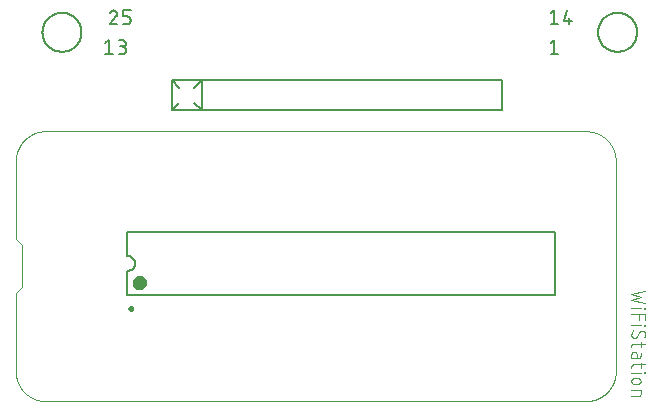
<source format=gbr>
G04 EAGLE Gerber RS-274X export*
G75*
%MOMM*%
%FSLAX34Y34*%
%LPD*%
%INSilkscreen Top*%
%IPPOS*%
%AMOC8*
5,1,8,0,0,1.08239X$1,22.5*%
G01*
%ADD10C,0.101600*%
%ADD11C,0.200000*%
%ADD12C,0.150000*%
%ADD13C,0.600000*%
%ADD14C,0.250000*%
%ADD15C,0.152400*%
%ADD16C,0.127000*%
%ADD17C,0.000000*%


D10*
X614172Y504952D02*
X602488Y502356D01*
X610277Y499759D01*
X602488Y497163D01*
X614172Y494566D01*
X610277Y490234D02*
X602488Y490234D01*
X613523Y490559D02*
X614172Y490559D01*
X614172Y489910D01*
X613523Y489910D01*
X613523Y490559D01*
X614172Y485075D02*
X602488Y485075D01*
X614172Y485075D02*
X614172Y479882D01*
X608979Y479882D02*
X608979Y485075D01*
X610277Y475756D02*
X602488Y475756D01*
X613523Y476081D02*
X614172Y476081D01*
X614172Y475432D01*
X613523Y475432D01*
X613523Y476081D01*
X602488Y467487D02*
X602490Y467388D01*
X602496Y467288D01*
X602505Y467189D01*
X602518Y467091D01*
X602535Y466993D01*
X602556Y466895D01*
X602581Y466799D01*
X602609Y466704D01*
X602641Y466610D01*
X602676Y466517D01*
X602715Y466425D01*
X602758Y466335D01*
X602803Y466247D01*
X602853Y466160D01*
X602905Y466076D01*
X602961Y465993D01*
X603019Y465913D01*
X603081Y465835D01*
X603146Y465760D01*
X603214Y465687D01*
X603284Y465617D01*
X603357Y465549D01*
X603432Y465484D01*
X603510Y465422D01*
X603590Y465364D01*
X603673Y465308D01*
X603757Y465256D01*
X603844Y465206D01*
X603932Y465161D01*
X604022Y465118D01*
X604114Y465079D01*
X604207Y465044D01*
X604301Y465012D01*
X604396Y464984D01*
X604492Y464959D01*
X604590Y464938D01*
X604688Y464921D01*
X604786Y464908D01*
X604885Y464899D01*
X604985Y464893D01*
X605084Y464891D01*
X602488Y467487D02*
X602490Y467631D01*
X602496Y467776D01*
X602505Y467920D01*
X602518Y468063D01*
X602535Y468207D01*
X602556Y468350D01*
X602581Y468492D01*
X602609Y468633D01*
X602641Y468774D01*
X602677Y468914D01*
X602716Y469053D01*
X602759Y469191D01*
X602806Y469327D01*
X602856Y469463D01*
X602910Y469597D01*
X602967Y469729D01*
X603028Y469860D01*
X603092Y469989D01*
X603160Y470117D01*
X603231Y470243D01*
X603305Y470367D01*
X603382Y470488D01*
X603463Y470608D01*
X603546Y470726D01*
X603633Y470841D01*
X603723Y470954D01*
X603816Y471065D01*
X603911Y471173D01*
X604010Y471279D01*
X604111Y471382D01*
X611576Y471057D02*
X611675Y471055D01*
X611775Y471049D01*
X611874Y471040D01*
X611972Y471027D01*
X612070Y471010D01*
X612168Y470989D01*
X612264Y470964D01*
X612359Y470936D01*
X612453Y470904D01*
X612546Y470869D01*
X612638Y470830D01*
X612728Y470787D01*
X612816Y470742D01*
X612903Y470692D01*
X612987Y470640D01*
X613070Y470584D01*
X613150Y470526D01*
X613228Y470464D01*
X613303Y470399D01*
X613376Y470331D01*
X613446Y470261D01*
X613514Y470188D01*
X613579Y470113D01*
X613641Y470035D01*
X613699Y469955D01*
X613755Y469872D01*
X613807Y469788D01*
X613857Y469701D01*
X613902Y469613D01*
X613945Y469523D01*
X613984Y469431D01*
X614019Y469338D01*
X614051Y469244D01*
X614079Y469149D01*
X614104Y469053D01*
X614125Y468955D01*
X614142Y468857D01*
X614155Y468759D01*
X614164Y468660D01*
X614170Y468560D01*
X614172Y468461D01*
X614170Y468325D01*
X614164Y468189D01*
X614155Y468053D01*
X614142Y467917D01*
X614124Y467782D01*
X614104Y467648D01*
X614079Y467514D01*
X614051Y467380D01*
X614018Y467248D01*
X613983Y467117D01*
X613943Y466986D01*
X613900Y466857D01*
X613854Y466729D01*
X613803Y466603D01*
X613750Y466477D01*
X613692Y466354D01*
X613632Y466232D01*
X613568Y466112D01*
X613500Y465993D01*
X613430Y465877D01*
X613356Y465763D01*
X613279Y465650D01*
X613198Y465540D01*
X609304Y469759D02*
X609357Y469845D01*
X609414Y469929D01*
X609473Y470011D01*
X609536Y470091D01*
X609602Y470168D01*
X609670Y470243D01*
X609742Y470315D01*
X609816Y470384D01*
X609893Y470450D01*
X609972Y470513D01*
X610054Y470573D01*
X610138Y470630D01*
X610224Y470684D01*
X610312Y470734D01*
X610402Y470781D01*
X610493Y470825D01*
X610587Y470864D01*
X610681Y470901D01*
X610777Y470933D01*
X610875Y470962D01*
X610973Y470987D01*
X611072Y471008D01*
X611172Y471026D01*
X611272Y471039D01*
X611373Y471049D01*
X611475Y471055D01*
X611576Y471057D01*
X607356Y466189D02*
X607303Y466103D01*
X607246Y466019D01*
X607187Y465937D01*
X607124Y465857D01*
X607058Y465780D01*
X606990Y465705D01*
X606918Y465633D01*
X606844Y465564D01*
X606767Y465498D01*
X606688Y465435D01*
X606606Y465375D01*
X606522Y465318D01*
X606436Y465264D01*
X606348Y465214D01*
X606258Y465167D01*
X606167Y465123D01*
X606073Y465084D01*
X605979Y465047D01*
X605883Y465015D01*
X605785Y464986D01*
X605687Y464961D01*
X605588Y464940D01*
X605488Y464922D01*
X605388Y464909D01*
X605287Y464899D01*
X605185Y464893D01*
X605084Y464891D01*
X607356Y466189D02*
X609304Y469759D01*
X610277Y461413D02*
X610277Y457518D01*
X614172Y460115D02*
X604435Y460115D01*
X604435Y460114D02*
X604348Y460112D01*
X604260Y460106D01*
X604174Y460096D01*
X604087Y460083D01*
X604002Y460065D01*
X603917Y460044D01*
X603833Y460019D01*
X603751Y459990D01*
X603670Y459957D01*
X603590Y459921D01*
X603512Y459882D01*
X603436Y459838D01*
X603362Y459792D01*
X603291Y459742D01*
X603221Y459689D01*
X603154Y459633D01*
X603090Y459574D01*
X603028Y459512D01*
X602969Y459448D01*
X602913Y459381D01*
X602860Y459311D01*
X602810Y459240D01*
X602764Y459166D01*
X602720Y459090D01*
X602681Y459012D01*
X602645Y458932D01*
X602612Y458851D01*
X602583Y458769D01*
X602558Y458685D01*
X602537Y458600D01*
X602519Y458515D01*
X602506Y458428D01*
X602496Y458342D01*
X602490Y458254D01*
X602488Y458167D01*
X602488Y457518D01*
X607032Y450994D02*
X607032Y448073D01*
X607032Y450994D02*
X607030Y451088D01*
X607024Y451182D01*
X607015Y451275D01*
X607001Y451368D01*
X606984Y451460D01*
X606962Y451552D01*
X606938Y451642D01*
X606909Y451732D01*
X606877Y451820D01*
X606841Y451907D01*
X606801Y451992D01*
X606758Y452075D01*
X606712Y452157D01*
X606662Y452237D01*
X606609Y452314D01*
X606553Y452389D01*
X606494Y452462D01*
X606432Y452533D01*
X606367Y452601D01*
X606299Y452666D01*
X606228Y452728D01*
X606155Y452787D01*
X606080Y452843D01*
X606003Y452896D01*
X605923Y452946D01*
X605841Y452992D01*
X605758Y453035D01*
X605673Y453075D01*
X605586Y453111D01*
X605498Y453143D01*
X605408Y453172D01*
X605318Y453196D01*
X605226Y453218D01*
X605134Y453235D01*
X605041Y453249D01*
X604948Y453258D01*
X604854Y453264D01*
X604760Y453266D01*
X604666Y453264D01*
X604572Y453258D01*
X604479Y453249D01*
X604386Y453235D01*
X604294Y453218D01*
X604202Y453196D01*
X604112Y453172D01*
X604022Y453143D01*
X603934Y453111D01*
X603847Y453075D01*
X603762Y453035D01*
X603679Y452992D01*
X603597Y452946D01*
X603517Y452896D01*
X603440Y452843D01*
X603365Y452787D01*
X603292Y452728D01*
X603221Y452666D01*
X603153Y452601D01*
X603088Y452533D01*
X603026Y452462D01*
X602967Y452389D01*
X602911Y452314D01*
X602858Y452237D01*
X602808Y452157D01*
X602762Y452075D01*
X602719Y451992D01*
X602679Y451907D01*
X602643Y451820D01*
X602611Y451732D01*
X602582Y451642D01*
X602558Y451552D01*
X602536Y451460D01*
X602519Y451368D01*
X602505Y451275D01*
X602496Y451182D01*
X602490Y451088D01*
X602488Y450994D01*
X602488Y448073D01*
X608330Y448073D01*
X608417Y448075D01*
X608505Y448081D01*
X608591Y448091D01*
X608678Y448104D01*
X608763Y448122D01*
X608848Y448143D01*
X608932Y448168D01*
X609014Y448197D01*
X609095Y448230D01*
X609175Y448266D01*
X609253Y448305D01*
X609329Y448349D01*
X609403Y448395D01*
X609474Y448445D01*
X609544Y448498D01*
X609611Y448554D01*
X609676Y448613D01*
X609737Y448675D01*
X609796Y448739D01*
X609852Y448806D01*
X609905Y448876D01*
X609955Y448947D01*
X610001Y449021D01*
X610045Y449097D01*
X610084Y449175D01*
X610120Y449255D01*
X610153Y449336D01*
X610182Y449418D01*
X610207Y449502D01*
X610228Y449587D01*
X610246Y449672D01*
X610259Y449759D01*
X610269Y449846D01*
X610275Y449933D01*
X610277Y450020D01*
X610277Y452617D01*
X610277Y443887D02*
X610277Y439992D01*
X614172Y442589D02*
X604435Y442589D01*
X604435Y442588D02*
X604348Y442586D01*
X604260Y442580D01*
X604174Y442570D01*
X604087Y442557D01*
X604002Y442539D01*
X603917Y442518D01*
X603833Y442493D01*
X603751Y442464D01*
X603670Y442431D01*
X603590Y442395D01*
X603512Y442356D01*
X603436Y442312D01*
X603362Y442266D01*
X603291Y442216D01*
X603221Y442163D01*
X603154Y442107D01*
X603090Y442048D01*
X603028Y441986D01*
X602969Y441922D01*
X602913Y441855D01*
X602860Y441785D01*
X602810Y441714D01*
X602764Y441640D01*
X602720Y441564D01*
X602681Y441486D01*
X602645Y441406D01*
X602612Y441325D01*
X602583Y441243D01*
X602558Y441159D01*
X602537Y441074D01*
X602519Y440989D01*
X602506Y440902D01*
X602496Y440816D01*
X602490Y440728D01*
X602488Y440641D01*
X602488Y439992D01*
X602488Y435751D02*
X610277Y435751D01*
X613523Y436076D02*
X614172Y436076D01*
X614172Y435427D01*
X613523Y435427D01*
X613523Y436076D01*
X607681Y431109D02*
X605084Y431109D01*
X607681Y431108D02*
X607782Y431106D01*
X607882Y431100D01*
X607982Y431090D01*
X608082Y431077D01*
X608181Y431059D01*
X608280Y431038D01*
X608377Y431013D01*
X608474Y430984D01*
X608569Y430951D01*
X608663Y430915D01*
X608755Y430875D01*
X608846Y430832D01*
X608935Y430785D01*
X609022Y430735D01*
X609108Y430681D01*
X609191Y430624D01*
X609271Y430564D01*
X609350Y430501D01*
X609426Y430434D01*
X609499Y430365D01*
X609569Y430293D01*
X609637Y430219D01*
X609702Y430142D01*
X609763Y430062D01*
X609822Y429980D01*
X609877Y429896D01*
X609929Y429810D01*
X609978Y429722D01*
X610023Y429632D01*
X610065Y429540D01*
X610103Y429447D01*
X610137Y429352D01*
X610168Y429257D01*
X610195Y429160D01*
X610218Y429062D01*
X610238Y428963D01*
X610253Y428863D01*
X610265Y428763D01*
X610273Y428663D01*
X610277Y428562D01*
X610277Y428462D01*
X610273Y428361D01*
X610265Y428261D01*
X610253Y428161D01*
X610238Y428061D01*
X610218Y427962D01*
X610195Y427864D01*
X610168Y427767D01*
X610137Y427672D01*
X610103Y427577D01*
X610065Y427484D01*
X610023Y427392D01*
X609978Y427302D01*
X609929Y427214D01*
X609877Y427128D01*
X609822Y427044D01*
X609763Y426962D01*
X609702Y426882D01*
X609637Y426805D01*
X609569Y426731D01*
X609499Y426659D01*
X609426Y426590D01*
X609350Y426523D01*
X609271Y426460D01*
X609191Y426400D01*
X609108Y426343D01*
X609022Y426289D01*
X608935Y426239D01*
X608846Y426192D01*
X608755Y426149D01*
X608663Y426109D01*
X608569Y426073D01*
X608474Y426040D01*
X608377Y426011D01*
X608280Y425986D01*
X608181Y425965D01*
X608082Y425947D01*
X607982Y425934D01*
X607882Y425924D01*
X607782Y425918D01*
X607681Y425916D01*
X605084Y425916D01*
X604983Y425918D01*
X604883Y425924D01*
X604783Y425934D01*
X604683Y425947D01*
X604584Y425965D01*
X604485Y425986D01*
X604388Y426011D01*
X604291Y426040D01*
X604196Y426073D01*
X604102Y426109D01*
X604010Y426149D01*
X603919Y426192D01*
X603830Y426239D01*
X603743Y426289D01*
X603657Y426343D01*
X603574Y426400D01*
X603494Y426460D01*
X603415Y426523D01*
X603339Y426590D01*
X603266Y426659D01*
X603196Y426731D01*
X603128Y426805D01*
X603063Y426882D01*
X603002Y426962D01*
X602943Y427044D01*
X602888Y427128D01*
X602836Y427214D01*
X602787Y427302D01*
X602742Y427392D01*
X602700Y427484D01*
X602662Y427577D01*
X602628Y427672D01*
X602597Y427767D01*
X602570Y427864D01*
X602547Y427962D01*
X602527Y428061D01*
X602512Y428161D01*
X602500Y428261D01*
X602492Y428361D01*
X602488Y428462D01*
X602488Y428562D01*
X602492Y428663D01*
X602500Y428763D01*
X602512Y428863D01*
X602527Y428963D01*
X602547Y429062D01*
X602570Y429160D01*
X602597Y429257D01*
X602628Y429352D01*
X602662Y429447D01*
X602700Y429540D01*
X602742Y429632D01*
X602787Y429722D01*
X602836Y429810D01*
X602888Y429896D01*
X602943Y429980D01*
X603002Y430062D01*
X603063Y430142D01*
X603128Y430219D01*
X603196Y430293D01*
X603266Y430365D01*
X603339Y430434D01*
X603415Y430501D01*
X603494Y430564D01*
X603574Y430624D01*
X603657Y430681D01*
X603743Y430735D01*
X603830Y430785D01*
X603919Y430832D01*
X604010Y430875D01*
X604102Y430915D01*
X604196Y430951D01*
X604291Y430984D01*
X604388Y431013D01*
X604485Y431038D01*
X604584Y431059D01*
X604683Y431077D01*
X604783Y431090D01*
X604883Y431100D01*
X604983Y431106D01*
X605084Y431108D01*
X602488Y420822D02*
X610277Y420822D01*
X610277Y417576D01*
X610275Y417489D01*
X610269Y417401D01*
X610259Y417315D01*
X610246Y417228D01*
X610228Y417143D01*
X610207Y417058D01*
X610182Y416974D01*
X610153Y416892D01*
X610120Y416811D01*
X610084Y416731D01*
X610045Y416653D01*
X610001Y416577D01*
X609955Y416503D01*
X609905Y416432D01*
X609852Y416362D01*
X609796Y416295D01*
X609737Y416231D01*
X609676Y416169D01*
X609611Y416110D01*
X609544Y416054D01*
X609474Y416001D01*
X609403Y415951D01*
X609329Y415905D01*
X609253Y415862D01*
X609175Y415822D01*
X609095Y415786D01*
X609014Y415753D01*
X608932Y415724D01*
X608848Y415699D01*
X608763Y415678D01*
X608678Y415660D01*
X608591Y415647D01*
X608505Y415637D01*
X608417Y415631D01*
X608330Y415629D01*
X602488Y415629D01*
D11*
X175870Y521970D02*
X176028Y521972D01*
X176187Y521978D01*
X176345Y521988D01*
X176502Y522002D01*
X176660Y522019D01*
X176816Y522041D01*
X176973Y522066D01*
X177128Y522096D01*
X177283Y522129D01*
X177437Y522166D01*
X177590Y522207D01*
X177742Y522252D01*
X177892Y522301D01*
X178042Y522353D01*
X178190Y522409D01*
X178337Y522469D01*
X178482Y522532D01*
X178625Y522599D01*
X178767Y522669D01*
X178907Y522743D01*
X179045Y522821D01*
X179181Y522902D01*
X179315Y522986D01*
X179447Y523073D01*
X179577Y523164D01*
X179704Y523258D01*
X179829Y523355D01*
X179952Y523456D01*
X180072Y523559D01*
X180189Y523665D01*
X180304Y523774D01*
X180416Y523886D01*
X180525Y524001D01*
X180631Y524118D01*
X180734Y524238D01*
X180835Y524361D01*
X180932Y524486D01*
X181026Y524613D01*
X181117Y524743D01*
X181204Y524875D01*
X181288Y525009D01*
X181369Y525145D01*
X181447Y525283D01*
X181521Y525423D01*
X181591Y525565D01*
X181658Y525708D01*
X181721Y525853D01*
X181781Y526000D01*
X181837Y526148D01*
X181889Y526298D01*
X181938Y526448D01*
X181983Y526600D01*
X182024Y526753D01*
X182061Y526907D01*
X182094Y527062D01*
X182124Y527217D01*
X182149Y527374D01*
X182171Y527530D01*
X182188Y527688D01*
X182202Y527845D01*
X182212Y528003D01*
X182218Y528162D01*
X182220Y528320D01*
X182218Y528478D01*
X182212Y528637D01*
X182202Y528795D01*
X182188Y528952D01*
X182171Y529110D01*
X182149Y529266D01*
X182124Y529423D01*
X182094Y529578D01*
X182061Y529733D01*
X182024Y529887D01*
X181983Y530040D01*
X181938Y530192D01*
X181889Y530342D01*
X181837Y530492D01*
X181781Y530640D01*
X181721Y530787D01*
X181658Y530932D01*
X181591Y531075D01*
X181521Y531217D01*
X181447Y531357D01*
X181369Y531495D01*
X181288Y531631D01*
X181204Y531765D01*
X181117Y531897D01*
X181026Y532027D01*
X180932Y532154D01*
X180835Y532279D01*
X180734Y532402D01*
X180631Y532522D01*
X180525Y532639D01*
X180416Y532754D01*
X180304Y532866D01*
X180189Y532975D01*
X180072Y533081D01*
X179952Y533184D01*
X179829Y533285D01*
X179704Y533382D01*
X179577Y533476D01*
X179447Y533567D01*
X179315Y533654D01*
X179181Y533738D01*
X179045Y533819D01*
X178907Y533897D01*
X178767Y533971D01*
X178625Y534041D01*
X178482Y534108D01*
X178337Y534171D01*
X178190Y534231D01*
X178042Y534287D01*
X177892Y534339D01*
X177742Y534388D01*
X177590Y534433D01*
X177437Y534474D01*
X177283Y534511D01*
X177128Y534544D01*
X176973Y534574D01*
X176816Y534599D01*
X176660Y534621D01*
X176502Y534638D01*
X176345Y534652D01*
X176187Y534662D01*
X176028Y534668D01*
X175870Y534670D01*
D12*
X537870Y554820D02*
X537870Y501820D01*
X175870Y534670D02*
X175870Y554820D01*
X175870Y521970D02*
X175870Y501820D01*
X175870Y554820D02*
X537870Y554820D01*
X537870Y501820D02*
X175870Y501820D01*
D13*
X182870Y511820D02*
X182872Y511929D01*
X182878Y512038D01*
X182888Y512146D01*
X182902Y512254D01*
X182919Y512362D01*
X182941Y512469D01*
X182966Y512575D01*
X182996Y512679D01*
X183029Y512783D01*
X183066Y512886D01*
X183106Y512987D01*
X183150Y513086D01*
X183198Y513184D01*
X183250Y513281D01*
X183304Y513375D01*
X183362Y513467D01*
X183424Y513557D01*
X183489Y513644D01*
X183556Y513730D01*
X183627Y513813D01*
X183701Y513893D01*
X183778Y513970D01*
X183857Y514045D01*
X183939Y514116D01*
X184024Y514185D01*
X184111Y514250D01*
X184200Y514313D01*
X184292Y514371D01*
X184386Y514427D01*
X184481Y514479D01*
X184579Y514528D01*
X184678Y514573D01*
X184779Y514615D01*
X184881Y514652D01*
X184984Y514686D01*
X185089Y514717D01*
X185195Y514743D01*
X185301Y514766D01*
X185409Y514784D01*
X185517Y514799D01*
X185625Y514810D01*
X185734Y514817D01*
X185843Y514820D01*
X185952Y514819D01*
X186061Y514814D01*
X186169Y514805D01*
X186277Y514792D01*
X186385Y514775D01*
X186492Y514755D01*
X186598Y514730D01*
X186703Y514702D01*
X186807Y514670D01*
X186910Y514634D01*
X187012Y514594D01*
X187112Y514551D01*
X187210Y514504D01*
X187307Y514454D01*
X187401Y514400D01*
X187494Y514342D01*
X187585Y514282D01*
X187673Y514218D01*
X187759Y514151D01*
X187842Y514081D01*
X187923Y514008D01*
X188001Y513932D01*
X188076Y513853D01*
X188149Y513771D01*
X188218Y513687D01*
X188284Y513601D01*
X188347Y513512D01*
X188407Y513421D01*
X188464Y513328D01*
X188517Y513233D01*
X188566Y513136D01*
X188612Y513037D01*
X188654Y512937D01*
X188693Y512835D01*
X188728Y512731D01*
X188759Y512627D01*
X188787Y512522D01*
X188810Y512415D01*
X188830Y512308D01*
X188846Y512200D01*
X188858Y512092D01*
X188866Y511983D01*
X188870Y511874D01*
X188870Y511766D01*
X188866Y511657D01*
X188858Y511548D01*
X188846Y511440D01*
X188830Y511332D01*
X188810Y511225D01*
X188787Y511118D01*
X188759Y511013D01*
X188728Y510909D01*
X188693Y510805D01*
X188654Y510703D01*
X188612Y510603D01*
X188566Y510504D01*
X188517Y510407D01*
X188464Y510312D01*
X188407Y510219D01*
X188347Y510128D01*
X188284Y510039D01*
X188218Y509953D01*
X188149Y509869D01*
X188076Y509787D01*
X188001Y509708D01*
X187923Y509632D01*
X187842Y509559D01*
X187759Y509489D01*
X187673Y509422D01*
X187585Y509358D01*
X187494Y509298D01*
X187401Y509240D01*
X187307Y509186D01*
X187210Y509136D01*
X187112Y509089D01*
X187012Y509046D01*
X186910Y509006D01*
X186807Y508970D01*
X186703Y508938D01*
X186598Y508910D01*
X186492Y508885D01*
X186385Y508865D01*
X186277Y508848D01*
X186169Y508835D01*
X186061Y508826D01*
X185952Y508821D01*
X185843Y508820D01*
X185734Y508823D01*
X185625Y508830D01*
X185517Y508841D01*
X185409Y508856D01*
X185301Y508874D01*
X185195Y508897D01*
X185089Y508923D01*
X184984Y508954D01*
X184881Y508988D01*
X184779Y509025D01*
X184678Y509067D01*
X184579Y509112D01*
X184481Y509161D01*
X184386Y509213D01*
X184292Y509269D01*
X184200Y509327D01*
X184111Y509390D01*
X184024Y509455D01*
X183939Y509524D01*
X183857Y509595D01*
X183778Y509670D01*
X183701Y509747D01*
X183627Y509827D01*
X183556Y509910D01*
X183489Y509996D01*
X183424Y510083D01*
X183362Y510173D01*
X183304Y510265D01*
X183250Y510359D01*
X183198Y510456D01*
X183150Y510554D01*
X183106Y510653D01*
X183066Y510754D01*
X183029Y510857D01*
X182996Y510961D01*
X182966Y511065D01*
X182941Y511171D01*
X182919Y511278D01*
X182902Y511386D01*
X182888Y511494D01*
X182878Y511602D01*
X182872Y511711D01*
X182870Y511820D01*
D14*
X177520Y490220D02*
X177522Y490290D01*
X177528Y490360D01*
X177538Y490429D01*
X177551Y490498D01*
X177569Y490566D01*
X177590Y490633D01*
X177615Y490698D01*
X177644Y490762D01*
X177676Y490825D01*
X177712Y490885D01*
X177751Y490943D01*
X177793Y490999D01*
X177838Y491053D01*
X177886Y491104D01*
X177937Y491152D01*
X177991Y491197D01*
X178047Y491239D01*
X178105Y491278D01*
X178165Y491314D01*
X178228Y491346D01*
X178292Y491375D01*
X178357Y491400D01*
X178424Y491421D01*
X178492Y491439D01*
X178561Y491452D01*
X178630Y491462D01*
X178700Y491468D01*
X178770Y491470D01*
X178840Y491468D01*
X178910Y491462D01*
X178979Y491452D01*
X179048Y491439D01*
X179116Y491421D01*
X179183Y491400D01*
X179248Y491375D01*
X179312Y491346D01*
X179375Y491314D01*
X179435Y491278D01*
X179493Y491239D01*
X179549Y491197D01*
X179603Y491152D01*
X179654Y491104D01*
X179702Y491053D01*
X179747Y490999D01*
X179789Y490943D01*
X179828Y490885D01*
X179864Y490825D01*
X179896Y490762D01*
X179925Y490698D01*
X179950Y490633D01*
X179971Y490566D01*
X179989Y490498D01*
X180002Y490429D01*
X180012Y490360D01*
X180018Y490290D01*
X180020Y490220D01*
X180018Y490150D01*
X180012Y490080D01*
X180002Y490011D01*
X179989Y489942D01*
X179971Y489874D01*
X179950Y489807D01*
X179925Y489742D01*
X179896Y489678D01*
X179864Y489615D01*
X179828Y489555D01*
X179789Y489497D01*
X179747Y489441D01*
X179702Y489387D01*
X179654Y489336D01*
X179603Y489288D01*
X179549Y489243D01*
X179493Y489201D01*
X179435Y489162D01*
X179375Y489126D01*
X179312Y489094D01*
X179248Y489065D01*
X179183Y489040D01*
X179116Y489019D01*
X179048Y489001D01*
X178979Y488988D01*
X178910Y488978D01*
X178840Y488972D01*
X178770Y488970D01*
X178700Y488972D01*
X178630Y488978D01*
X178561Y488988D01*
X178492Y489001D01*
X178424Y489019D01*
X178357Y489040D01*
X178292Y489065D01*
X178228Y489094D01*
X178165Y489126D01*
X178105Y489162D01*
X178047Y489201D01*
X177991Y489243D01*
X177937Y489288D01*
X177886Y489336D01*
X177838Y489387D01*
X177793Y489441D01*
X177751Y489497D01*
X177712Y489555D01*
X177676Y489615D01*
X177644Y489678D01*
X177615Y489742D01*
X177590Y489807D01*
X177569Y489874D01*
X177551Y489942D01*
X177538Y490011D01*
X177528Y490080D01*
X177522Y490150D01*
X177520Y490220D01*
D15*
X103886Y723900D02*
X103891Y724305D01*
X103906Y724710D01*
X103931Y725115D01*
X103966Y725518D01*
X104010Y725921D01*
X104065Y726323D01*
X104129Y726723D01*
X104203Y727121D01*
X104287Y727517D01*
X104381Y727912D01*
X104484Y728303D01*
X104597Y728693D01*
X104719Y729079D01*
X104851Y729462D01*
X104992Y729842D01*
X105143Y730218D01*
X105302Y730591D01*
X105471Y730959D01*
X105649Y731323D01*
X105835Y731683D01*
X106031Y732038D01*
X106235Y732388D01*
X106447Y732733D01*
X106668Y733072D01*
X106898Y733407D01*
X107135Y733735D01*
X107380Y734057D01*
X107634Y734374D01*
X107894Y734684D01*
X108163Y734987D01*
X108439Y735284D01*
X108722Y735574D01*
X109012Y735857D01*
X109309Y736133D01*
X109612Y736402D01*
X109922Y736662D01*
X110239Y736916D01*
X110561Y737161D01*
X110889Y737398D01*
X111224Y737628D01*
X111563Y737849D01*
X111908Y738061D01*
X112258Y738265D01*
X112613Y738461D01*
X112973Y738647D01*
X113337Y738825D01*
X113705Y738994D01*
X114078Y739153D01*
X114454Y739304D01*
X114834Y739445D01*
X115217Y739577D01*
X115603Y739699D01*
X115993Y739812D01*
X116384Y739915D01*
X116779Y740009D01*
X117175Y740093D01*
X117573Y740167D01*
X117973Y740231D01*
X118375Y740286D01*
X118778Y740330D01*
X119181Y740365D01*
X119586Y740390D01*
X119991Y740405D01*
X120396Y740410D01*
X120801Y740405D01*
X121206Y740390D01*
X121611Y740365D01*
X122014Y740330D01*
X122417Y740286D01*
X122819Y740231D01*
X123219Y740167D01*
X123617Y740093D01*
X124013Y740009D01*
X124408Y739915D01*
X124799Y739812D01*
X125189Y739699D01*
X125575Y739577D01*
X125958Y739445D01*
X126338Y739304D01*
X126714Y739153D01*
X127087Y738994D01*
X127455Y738825D01*
X127819Y738647D01*
X128179Y738461D01*
X128534Y738265D01*
X128884Y738061D01*
X129229Y737849D01*
X129568Y737628D01*
X129903Y737398D01*
X130231Y737161D01*
X130553Y736916D01*
X130870Y736662D01*
X131180Y736402D01*
X131483Y736133D01*
X131780Y735857D01*
X132070Y735574D01*
X132353Y735284D01*
X132629Y734987D01*
X132898Y734684D01*
X133158Y734374D01*
X133412Y734057D01*
X133657Y733735D01*
X133894Y733407D01*
X134124Y733072D01*
X134345Y732733D01*
X134557Y732388D01*
X134761Y732038D01*
X134957Y731683D01*
X135143Y731323D01*
X135321Y730959D01*
X135490Y730591D01*
X135649Y730218D01*
X135800Y729842D01*
X135941Y729462D01*
X136073Y729079D01*
X136195Y728693D01*
X136308Y728303D01*
X136411Y727912D01*
X136505Y727517D01*
X136589Y727121D01*
X136663Y726723D01*
X136727Y726323D01*
X136782Y725921D01*
X136826Y725518D01*
X136861Y725115D01*
X136886Y724710D01*
X136901Y724305D01*
X136906Y723900D01*
X136901Y723495D01*
X136886Y723090D01*
X136861Y722685D01*
X136826Y722282D01*
X136782Y721879D01*
X136727Y721477D01*
X136663Y721077D01*
X136589Y720679D01*
X136505Y720283D01*
X136411Y719888D01*
X136308Y719497D01*
X136195Y719107D01*
X136073Y718721D01*
X135941Y718338D01*
X135800Y717958D01*
X135649Y717582D01*
X135490Y717209D01*
X135321Y716841D01*
X135143Y716477D01*
X134957Y716117D01*
X134761Y715762D01*
X134557Y715412D01*
X134345Y715067D01*
X134124Y714728D01*
X133894Y714393D01*
X133657Y714065D01*
X133412Y713743D01*
X133158Y713426D01*
X132898Y713116D01*
X132629Y712813D01*
X132353Y712516D01*
X132070Y712226D01*
X131780Y711943D01*
X131483Y711667D01*
X131180Y711398D01*
X130870Y711138D01*
X130553Y710884D01*
X130231Y710639D01*
X129903Y710402D01*
X129568Y710172D01*
X129229Y709951D01*
X128884Y709739D01*
X128534Y709535D01*
X128179Y709339D01*
X127819Y709153D01*
X127455Y708975D01*
X127087Y708806D01*
X126714Y708647D01*
X126338Y708496D01*
X125958Y708355D01*
X125575Y708223D01*
X125189Y708101D01*
X124799Y707988D01*
X124408Y707885D01*
X124013Y707791D01*
X123617Y707707D01*
X123219Y707633D01*
X122819Y707569D01*
X122417Y707514D01*
X122014Y707470D01*
X121611Y707435D01*
X121206Y707410D01*
X120801Y707395D01*
X120396Y707390D01*
X119991Y707395D01*
X119586Y707410D01*
X119181Y707435D01*
X118778Y707470D01*
X118375Y707514D01*
X117973Y707569D01*
X117573Y707633D01*
X117175Y707707D01*
X116779Y707791D01*
X116384Y707885D01*
X115993Y707988D01*
X115603Y708101D01*
X115217Y708223D01*
X114834Y708355D01*
X114454Y708496D01*
X114078Y708647D01*
X113705Y708806D01*
X113337Y708975D01*
X112973Y709153D01*
X112613Y709339D01*
X112258Y709535D01*
X111908Y709739D01*
X111563Y709951D01*
X111224Y710172D01*
X110889Y710402D01*
X110561Y710639D01*
X110239Y710884D01*
X109922Y711138D01*
X109612Y711398D01*
X109309Y711667D01*
X109012Y711943D01*
X108722Y712226D01*
X108439Y712516D01*
X108163Y712813D01*
X107894Y713116D01*
X107634Y713426D01*
X107380Y713743D01*
X107135Y714065D01*
X106898Y714393D01*
X106668Y714728D01*
X106447Y715067D01*
X106235Y715412D01*
X106031Y715762D01*
X105835Y716117D01*
X105649Y716477D01*
X105471Y716841D01*
X105302Y717209D01*
X105143Y717582D01*
X104992Y717958D01*
X104851Y718338D01*
X104719Y718721D01*
X104597Y719107D01*
X104484Y719497D01*
X104381Y719888D01*
X104287Y720283D01*
X104203Y720679D01*
X104129Y721077D01*
X104065Y721477D01*
X104010Y721879D01*
X103966Y722282D01*
X103931Y722685D01*
X103906Y723090D01*
X103891Y723495D01*
X103886Y723900D01*
X574294Y723900D02*
X574299Y724305D01*
X574314Y724710D01*
X574339Y725115D01*
X574374Y725518D01*
X574418Y725921D01*
X574473Y726323D01*
X574537Y726723D01*
X574611Y727121D01*
X574695Y727517D01*
X574789Y727912D01*
X574892Y728303D01*
X575005Y728693D01*
X575127Y729079D01*
X575259Y729462D01*
X575400Y729842D01*
X575551Y730218D01*
X575710Y730591D01*
X575879Y730959D01*
X576057Y731323D01*
X576243Y731683D01*
X576439Y732038D01*
X576643Y732388D01*
X576855Y732733D01*
X577076Y733072D01*
X577306Y733407D01*
X577543Y733735D01*
X577788Y734057D01*
X578042Y734374D01*
X578302Y734684D01*
X578571Y734987D01*
X578847Y735284D01*
X579130Y735574D01*
X579420Y735857D01*
X579717Y736133D01*
X580020Y736402D01*
X580330Y736662D01*
X580647Y736916D01*
X580969Y737161D01*
X581297Y737398D01*
X581632Y737628D01*
X581971Y737849D01*
X582316Y738061D01*
X582666Y738265D01*
X583021Y738461D01*
X583381Y738647D01*
X583745Y738825D01*
X584113Y738994D01*
X584486Y739153D01*
X584862Y739304D01*
X585242Y739445D01*
X585625Y739577D01*
X586011Y739699D01*
X586401Y739812D01*
X586792Y739915D01*
X587187Y740009D01*
X587583Y740093D01*
X587981Y740167D01*
X588381Y740231D01*
X588783Y740286D01*
X589186Y740330D01*
X589589Y740365D01*
X589994Y740390D01*
X590399Y740405D01*
X590804Y740410D01*
X591209Y740405D01*
X591614Y740390D01*
X592019Y740365D01*
X592422Y740330D01*
X592825Y740286D01*
X593227Y740231D01*
X593627Y740167D01*
X594025Y740093D01*
X594421Y740009D01*
X594816Y739915D01*
X595207Y739812D01*
X595597Y739699D01*
X595983Y739577D01*
X596366Y739445D01*
X596746Y739304D01*
X597122Y739153D01*
X597495Y738994D01*
X597863Y738825D01*
X598227Y738647D01*
X598587Y738461D01*
X598942Y738265D01*
X599292Y738061D01*
X599637Y737849D01*
X599976Y737628D01*
X600311Y737398D01*
X600639Y737161D01*
X600961Y736916D01*
X601278Y736662D01*
X601588Y736402D01*
X601891Y736133D01*
X602188Y735857D01*
X602478Y735574D01*
X602761Y735284D01*
X603037Y734987D01*
X603306Y734684D01*
X603566Y734374D01*
X603820Y734057D01*
X604065Y733735D01*
X604302Y733407D01*
X604532Y733072D01*
X604753Y732733D01*
X604965Y732388D01*
X605169Y732038D01*
X605365Y731683D01*
X605551Y731323D01*
X605729Y730959D01*
X605898Y730591D01*
X606057Y730218D01*
X606208Y729842D01*
X606349Y729462D01*
X606481Y729079D01*
X606603Y728693D01*
X606716Y728303D01*
X606819Y727912D01*
X606913Y727517D01*
X606997Y727121D01*
X607071Y726723D01*
X607135Y726323D01*
X607190Y725921D01*
X607234Y725518D01*
X607269Y725115D01*
X607294Y724710D01*
X607309Y724305D01*
X607314Y723900D01*
X607309Y723495D01*
X607294Y723090D01*
X607269Y722685D01*
X607234Y722282D01*
X607190Y721879D01*
X607135Y721477D01*
X607071Y721077D01*
X606997Y720679D01*
X606913Y720283D01*
X606819Y719888D01*
X606716Y719497D01*
X606603Y719107D01*
X606481Y718721D01*
X606349Y718338D01*
X606208Y717958D01*
X606057Y717582D01*
X605898Y717209D01*
X605729Y716841D01*
X605551Y716477D01*
X605365Y716117D01*
X605169Y715762D01*
X604965Y715412D01*
X604753Y715067D01*
X604532Y714728D01*
X604302Y714393D01*
X604065Y714065D01*
X603820Y713743D01*
X603566Y713426D01*
X603306Y713116D01*
X603037Y712813D01*
X602761Y712516D01*
X602478Y712226D01*
X602188Y711943D01*
X601891Y711667D01*
X601588Y711398D01*
X601278Y711138D01*
X600961Y710884D01*
X600639Y710639D01*
X600311Y710402D01*
X599976Y710172D01*
X599637Y709951D01*
X599292Y709739D01*
X598942Y709535D01*
X598587Y709339D01*
X598227Y709153D01*
X597863Y708975D01*
X597495Y708806D01*
X597122Y708647D01*
X596746Y708496D01*
X596366Y708355D01*
X595983Y708223D01*
X595597Y708101D01*
X595207Y707988D01*
X594816Y707885D01*
X594421Y707791D01*
X594025Y707707D01*
X593627Y707633D01*
X593227Y707569D01*
X592825Y707514D01*
X592422Y707470D01*
X592019Y707435D01*
X591614Y707410D01*
X591209Y707395D01*
X590804Y707390D01*
X590399Y707395D01*
X589994Y707410D01*
X589589Y707435D01*
X589186Y707470D01*
X588783Y707514D01*
X588381Y707569D01*
X587981Y707633D01*
X587583Y707707D01*
X587187Y707791D01*
X586792Y707885D01*
X586401Y707988D01*
X586011Y708101D01*
X585625Y708223D01*
X585242Y708355D01*
X584862Y708496D01*
X584486Y708647D01*
X584113Y708806D01*
X583745Y708975D01*
X583381Y709153D01*
X583021Y709339D01*
X582666Y709535D01*
X582316Y709739D01*
X581971Y709951D01*
X581632Y710172D01*
X581297Y710402D01*
X580969Y710639D01*
X580647Y710884D01*
X580330Y711138D01*
X580020Y711398D01*
X579717Y711667D01*
X579420Y711943D01*
X579130Y712226D01*
X578847Y712516D01*
X578571Y712813D01*
X578302Y713116D01*
X578042Y713426D01*
X577788Y713743D01*
X577543Y714065D01*
X577306Y714393D01*
X577076Y714728D01*
X576855Y715067D01*
X576643Y715412D01*
X576439Y715762D01*
X576243Y716117D01*
X576057Y716477D01*
X575879Y716841D01*
X575710Y717209D01*
X575551Y717582D01*
X575400Y717958D01*
X575259Y718338D01*
X575127Y718721D01*
X575005Y719107D01*
X574892Y719497D01*
X574789Y719888D01*
X574695Y720283D01*
X574611Y720679D01*
X574537Y721077D01*
X574473Y721477D01*
X574418Y721879D01*
X574374Y722282D01*
X574339Y722685D01*
X574314Y723090D01*
X574299Y723495D01*
X574294Y723900D01*
D16*
X160020Y716915D02*
X156845Y714375D01*
X160020Y716915D02*
X160020Y705485D01*
X156845Y705485D02*
X163195Y705485D01*
X168275Y705485D02*
X171450Y705485D01*
X171561Y705487D01*
X171671Y705493D01*
X171782Y705502D01*
X171892Y705516D01*
X172001Y705533D01*
X172110Y705554D01*
X172218Y705579D01*
X172325Y705608D01*
X172431Y705640D01*
X172536Y705676D01*
X172639Y705716D01*
X172741Y705759D01*
X172842Y705806D01*
X172941Y705857D01*
X173037Y705910D01*
X173132Y705967D01*
X173225Y706028D01*
X173316Y706091D01*
X173405Y706158D01*
X173491Y706228D01*
X173574Y706301D01*
X173656Y706376D01*
X173734Y706454D01*
X173809Y706536D01*
X173882Y706619D01*
X173952Y706705D01*
X174019Y706794D01*
X174082Y706885D01*
X174143Y706978D01*
X174200Y707073D01*
X174253Y707169D01*
X174304Y707268D01*
X174351Y707369D01*
X174394Y707471D01*
X174434Y707574D01*
X174470Y707679D01*
X174502Y707785D01*
X174531Y707892D01*
X174556Y708000D01*
X174577Y708109D01*
X174594Y708218D01*
X174608Y708328D01*
X174617Y708439D01*
X174623Y708549D01*
X174625Y708660D01*
X174623Y708771D01*
X174617Y708881D01*
X174608Y708992D01*
X174594Y709102D01*
X174577Y709211D01*
X174556Y709320D01*
X174531Y709428D01*
X174502Y709535D01*
X174470Y709641D01*
X174434Y709746D01*
X174394Y709849D01*
X174351Y709951D01*
X174304Y710052D01*
X174253Y710151D01*
X174200Y710247D01*
X174143Y710342D01*
X174082Y710435D01*
X174019Y710526D01*
X173952Y710615D01*
X173882Y710701D01*
X173809Y710784D01*
X173734Y710866D01*
X173656Y710944D01*
X173574Y711019D01*
X173491Y711092D01*
X173405Y711162D01*
X173316Y711229D01*
X173225Y711292D01*
X173132Y711353D01*
X173038Y711410D01*
X172941Y711463D01*
X172842Y711514D01*
X172741Y711561D01*
X172639Y711604D01*
X172536Y711644D01*
X172431Y711680D01*
X172325Y711712D01*
X172218Y711741D01*
X172110Y711766D01*
X172001Y711787D01*
X171892Y711804D01*
X171782Y711818D01*
X171671Y711827D01*
X171561Y711833D01*
X171450Y711835D01*
X172085Y716915D02*
X168275Y716915D01*
X172085Y716915D02*
X172185Y716913D01*
X172284Y716907D01*
X172384Y716897D01*
X172482Y716884D01*
X172581Y716866D01*
X172678Y716845D01*
X172774Y716820D01*
X172870Y716791D01*
X172964Y716758D01*
X173057Y716722D01*
X173148Y716682D01*
X173238Y716638D01*
X173326Y716591D01*
X173412Y716541D01*
X173496Y716487D01*
X173578Y716430D01*
X173657Y716370D01*
X173735Y716306D01*
X173809Y716240D01*
X173881Y716171D01*
X173950Y716099D01*
X174016Y716025D01*
X174080Y715947D01*
X174140Y715868D01*
X174197Y715786D01*
X174251Y715702D01*
X174301Y715616D01*
X174348Y715528D01*
X174392Y715438D01*
X174432Y715347D01*
X174468Y715254D01*
X174501Y715160D01*
X174530Y715064D01*
X174555Y714968D01*
X174576Y714871D01*
X174594Y714772D01*
X174607Y714674D01*
X174617Y714574D01*
X174623Y714475D01*
X174625Y714375D01*
X174623Y714275D01*
X174617Y714176D01*
X174607Y714076D01*
X174594Y713978D01*
X174576Y713879D01*
X174555Y713782D01*
X174530Y713686D01*
X174501Y713590D01*
X174468Y713496D01*
X174432Y713403D01*
X174392Y713312D01*
X174348Y713222D01*
X174301Y713134D01*
X174251Y713048D01*
X174197Y712964D01*
X174140Y712882D01*
X174080Y712803D01*
X174016Y712725D01*
X173950Y712651D01*
X173881Y712579D01*
X173809Y712510D01*
X173735Y712444D01*
X173657Y712380D01*
X173578Y712320D01*
X173496Y712263D01*
X173412Y712209D01*
X173326Y712159D01*
X173238Y712112D01*
X173148Y712068D01*
X173057Y712028D01*
X172964Y711992D01*
X172870Y711959D01*
X172774Y711930D01*
X172678Y711905D01*
X172581Y711884D01*
X172482Y711866D01*
X172384Y711853D01*
X172284Y711843D01*
X172185Y711837D01*
X172085Y711835D01*
X169545Y711835D01*
X534035Y714375D02*
X537210Y716915D01*
X537210Y705485D01*
X534035Y705485D02*
X540385Y705485D01*
X167006Y739458D02*
X167004Y739562D01*
X166998Y739667D01*
X166989Y739771D01*
X166976Y739874D01*
X166958Y739977D01*
X166938Y740079D01*
X166913Y740181D01*
X166885Y740281D01*
X166853Y740381D01*
X166817Y740479D01*
X166778Y740576D01*
X166736Y740671D01*
X166690Y740765D01*
X166640Y740857D01*
X166588Y740947D01*
X166532Y741035D01*
X166472Y741121D01*
X166410Y741205D01*
X166345Y741286D01*
X166277Y741365D01*
X166205Y741442D01*
X166132Y741515D01*
X166055Y741587D01*
X165976Y741655D01*
X165895Y741720D01*
X165811Y741782D01*
X165725Y741842D01*
X165637Y741898D01*
X165547Y741950D01*
X165455Y742000D01*
X165361Y742046D01*
X165266Y742088D01*
X165169Y742127D01*
X165071Y742163D01*
X164971Y742195D01*
X164871Y742223D01*
X164769Y742248D01*
X164667Y742268D01*
X164564Y742286D01*
X164461Y742299D01*
X164357Y742308D01*
X164252Y742314D01*
X164148Y742316D01*
X164148Y742315D02*
X164030Y742313D01*
X163911Y742307D01*
X163793Y742298D01*
X163676Y742285D01*
X163559Y742267D01*
X163442Y742247D01*
X163326Y742222D01*
X163211Y742194D01*
X163098Y742161D01*
X162985Y742126D01*
X162873Y742086D01*
X162763Y742044D01*
X162654Y741997D01*
X162546Y741947D01*
X162441Y741894D01*
X162337Y741837D01*
X162235Y741777D01*
X162135Y741714D01*
X162037Y741647D01*
X161941Y741578D01*
X161848Y741505D01*
X161757Y741429D01*
X161668Y741351D01*
X161582Y741269D01*
X161499Y741185D01*
X161418Y741099D01*
X161341Y741009D01*
X161266Y740918D01*
X161194Y740824D01*
X161125Y740727D01*
X161060Y740629D01*
X160997Y740528D01*
X160938Y740425D01*
X160882Y740321D01*
X160830Y740215D01*
X160781Y740107D01*
X160736Y739998D01*
X160694Y739887D01*
X160656Y739775D01*
X166053Y737236D02*
X166129Y737311D01*
X166204Y737390D01*
X166275Y737471D01*
X166344Y737555D01*
X166409Y737641D01*
X166471Y737729D01*
X166531Y737819D01*
X166587Y737911D01*
X166640Y738006D01*
X166689Y738102D01*
X166735Y738200D01*
X166778Y738299D01*
X166817Y738400D01*
X166852Y738502D01*
X166884Y738605D01*
X166912Y738709D01*
X166937Y738814D01*
X166958Y738921D01*
X166975Y739027D01*
X166988Y739134D01*
X166997Y739242D01*
X167003Y739350D01*
X167005Y739458D01*
X166053Y737235D02*
X160655Y730885D01*
X167005Y730885D01*
X172085Y730885D02*
X175895Y730885D01*
X175995Y730887D01*
X176094Y730893D01*
X176194Y730903D01*
X176292Y730916D01*
X176391Y730934D01*
X176488Y730955D01*
X176584Y730980D01*
X176680Y731009D01*
X176774Y731042D01*
X176867Y731078D01*
X176958Y731118D01*
X177048Y731162D01*
X177136Y731209D01*
X177222Y731259D01*
X177306Y731313D01*
X177388Y731370D01*
X177467Y731430D01*
X177545Y731494D01*
X177619Y731560D01*
X177691Y731629D01*
X177760Y731701D01*
X177826Y731775D01*
X177890Y731853D01*
X177950Y731932D01*
X178007Y732014D01*
X178061Y732098D01*
X178111Y732184D01*
X178158Y732272D01*
X178202Y732362D01*
X178242Y732453D01*
X178278Y732546D01*
X178311Y732640D01*
X178340Y732736D01*
X178365Y732832D01*
X178386Y732929D01*
X178404Y733028D01*
X178417Y733126D01*
X178427Y733226D01*
X178433Y733325D01*
X178435Y733425D01*
X178435Y734695D01*
X178433Y734795D01*
X178427Y734894D01*
X178417Y734994D01*
X178404Y735092D01*
X178386Y735191D01*
X178365Y735288D01*
X178340Y735384D01*
X178311Y735480D01*
X178278Y735574D01*
X178242Y735667D01*
X178202Y735758D01*
X178158Y735848D01*
X178111Y735936D01*
X178061Y736022D01*
X178007Y736106D01*
X177950Y736188D01*
X177890Y736267D01*
X177826Y736345D01*
X177760Y736419D01*
X177691Y736491D01*
X177619Y736560D01*
X177545Y736626D01*
X177467Y736690D01*
X177388Y736750D01*
X177306Y736807D01*
X177222Y736861D01*
X177136Y736911D01*
X177048Y736958D01*
X176958Y737002D01*
X176867Y737042D01*
X176774Y737078D01*
X176680Y737111D01*
X176584Y737140D01*
X176488Y737165D01*
X176391Y737186D01*
X176292Y737204D01*
X176194Y737217D01*
X176094Y737227D01*
X175995Y737233D01*
X175895Y737235D01*
X172085Y737235D01*
X172085Y742315D01*
X178435Y742315D01*
X534035Y739775D02*
X537210Y742315D01*
X537210Y730885D01*
X534035Y730885D02*
X540385Y730885D01*
X545465Y733425D02*
X548005Y742315D01*
X545465Y733425D02*
X551815Y733425D01*
X549910Y735965D02*
X549910Y730885D01*
D15*
X492760Y683260D02*
X492760Y657860D01*
X213360Y657860D02*
X213360Y683260D01*
X219710Y664210D02*
X213360Y657860D01*
X219710Y676910D02*
X213360Y683260D01*
X232410Y676910D02*
X238760Y683260D01*
X492760Y683260D01*
X238760Y657860D02*
X232410Y664210D01*
X238760Y657860D02*
X213360Y657860D01*
X238760Y657860D02*
X238760Y683260D01*
X213360Y683260D01*
X238760Y657860D02*
X492760Y657860D01*
D17*
X563880Y411480D02*
X106680Y411480D01*
X563880Y411480D02*
X564494Y411487D01*
X565107Y411510D01*
X565720Y411547D01*
X566331Y411599D01*
X566942Y411665D01*
X567550Y411747D01*
X568156Y411843D01*
X568760Y411953D01*
X569361Y412078D01*
X569959Y412218D01*
X570553Y412372D01*
X571143Y412541D01*
X571729Y412723D01*
X572310Y412920D01*
X572887Y413131D01*
X573458Y413355D01*
X574024Y413593D01*
X574584Y413845D01*
X575137Y414111D01*
X575684Y414389D01*
X576224Y414681D01*
X576757Y414986D01*
X577282Y415304D01*
X577800Y415634D01*
X578309Y415976D01*
X578810Y416331D01*
X579302Y416698D01*
X579785Y417076D01*
X580259Y417466D01*
X580723Y417868D01*
X581178Y418280D01*
X581622Y418704D01*
X582056Y419138D01*
X582480Y419582D01*
X582892Y420037D01*
X583294Y420501D01*
X583684Y420975D01*
X584062Y421458D01*
X584429Y421950D01*
X584784Y422451D01*
X585126Y422960D01*
X585456Y423478D01*
X585774Y424003D01*
X586079Y424536D01*
X586371Y425076D01*
X586649Y425623D01*
X586915Y426176D01*
X587167Y426736D01*
X587405Y427302D01*
X587629Y427873D01*
X587840Y428450D01*
X588037Y429031D01*
X588219Y429617D01*
X588388Y430207D01*
X588542Y430801D01*
X588682Y431399D01*
X588807Y432000D01*
X588917Y432604D01*
X589013Y433210D01*
X589095Y433818D01*
X589161Y434429D01*
X589213Y435040D01*
X589250Y435653D01*
X589273Y436266D01*
X589280Y436880D01*
X589280Y614680D01*
X589273Y615294D01*
X589250Y615907D01*
X589213Y616520D01*
X589161Y617131D01*
X589095Y617742D01*
X589013Y618350D01*
X588917Y618956D01*
X588807Y619560D01*
X588682Y620161D01*
X588542Y620759D01*
X588388Y621353D01*
X588219Y621943D01*
X588037Y622529D01*
X587840Y623110D01*
X587629Y623687D01*
X587405Y624258D01*
X587167Y624824D01*
X586915Y625384D01*
X586649Y625937D01*
X586371Y626484D01*
X586079Y627024D01*
X585774Y627557D01*
X585456Y628082D01*
X585126Y628600D01*
X584784Y629109D01*
X584429Y629610D01*
X584062Y630102D01*
X583684Y630585D01*
X583294Y631059D01*
X582892Y631523D01*
X582480Y631978D01*
X582056Y632422D01*
X581622Y632856D01*
X581178Y633280D01*
X580723Y633692D01*
X580259Y634094D01*
X579785Y634484D01*
X579302Y634862D01*
X578810Y635229D01*
X578309Y635584D01*
X577800Y635926D01*
X577282Y636256D01*
X576757Y636574D01*
X576224Y636879D01*
X575684Y637171D01*
X575137Y637449D01*
X574584Y637715D01*
X574024Y637967D01*
X573458Y638205D01*
X572887Y638429D01*
X572310Y638640D01*
X571729Y638837D01*
X571143Y639019D01*
X570553Y639188D01*
X569959Y639342D01*
X569361Y639482D01*
X568760Y639607D01*
X568156Y639717D01*
X567550Y639813D01*
X566942Y639895D01*
X566331Y639961D01*
X565720Y640013D01*
X565107Y640050D01*
X564494Y640073D01*
X563880Y640080D01*
X106680Y640080D01*
X106066Y640073D01*
X105453Y640050D01*
X104840Y640013D01*
X104229Y639961D01*
X103618Y639895D01*
X103010Y639813D01*
X102404Y639717D01*
X101800Y639607D01*
X101199Y639482D01*
X100601Y639342D01*
X100007Y639188D01*
X99417Y639019D01*
X98831Y638837D01*
X98250Y638640D01*
X97673Y638429D01*
X97102Y638205D01*
X96536Y637967D01*
X95976Y637715D01*
X95423Y637449D01*
X94876Y637171D01*
X94336Y636879D01*
X93803Y636574D01*
X93278Y636256D01*
X92760Y635926D01*
X92251Y635584D01*
X91750Y635229D01*
X91258Y634862D01*
X90775Y634484D01*
X90301Y634094D01*
X89837Y633692D01*
X89382Y633280D01*
X88938Y632856D01*
X88504Y632422D01*
X88080Y631978D01*
X87668Y631523D01*
X87266Y631059D01*
X86876Y630585D01*
X86498Y630102D01*
X86131Y629610D01*
X85776Y629109D01*
X85434Y628600D01*
X85104Y628082D01*
X84786Y627557D01*
X84481Y627024D01*
X84189Y626484D01*
X83911Y625937D01*
X83645Y625384D01*
X83393Y624824D01*
X83155Y624258D01*
X82931Y623687D01*
X82720Y623110D01*
X82523Y622529D01*
X82341Y621943D01*
X82172Y621353D01*
X82018Y620759D01*
X81878Y620161D01*
X81753Y619560D01*
X81643Y618956D01*
X81547Y618350D01*
X81465Y617742D01*
X81399Y617131D01*
X81347Y616520D01*
X81310Y615907D01*
X81287Y615294D01*
X81280Y614680D01*
X81280Y548640D01*
X86360Y543560D01*
X86360Y508000D01*
X81280Y502920D01*
X81280Y436880D01*
X81287Y436266D01*
X81310Y435653D01*
X81347Y435040D01*
X81399Y434429D01*
X81465Y433818D01*
X81547Y433210D01*
X81643Y432604D01*
X81753Y432000D01*
X81878Y431399D01*
X82018Y430801D01*
X82172Y430207D01*
X82341Y429617D01*
X82523Y429031D01*
X82720Y428450D01*
X82931Y427873D01*
X83155Y427302D01*
X83393Y426736D01*
X83645Y426176D01*
X83911Y425623D01*
X84189Y425076D01*
X84481Y424536D01*
X84786Y424003D01*
X85104Y423478D01*
X85434Y422960D01*
X85776Y422451D01*
X86131Y421950D01*
X86498Y421458D01*
X86876Y420975D01*
X87266Y420501D01*
X87668Y420037D01*
X88080Y419582D01*
X88504Y419138D01*
X88938Y418704D01*
X89382Y418280D01*
X89837Y417868D01*
X90301Y417466D01*
X90775Y417076D01*
X91258Y416698D01*
X91750Y416331D01*
X92251Y415976D01*
X92760Y415634D01*
X93278Y415304D01*
X93803Y414986D01*
X94336Y414681D01*
X94876Y414389D01*
X95423Y414111D01*
X95976Y413845D01*
X96536Y413593D01*
X97102Y413355D01*
X97673Y413131D01*
X98250Y412920D01*
X98831Y412723D01*
X99417Y412541D01*
X100007Y412372D01*
X100601Y412218D01*
X101199Y412078D01*
X101800Y411953D01*
X102404Y411843D01*
X103010Y411747D01*
X103618Y411665D01*
X104229Y411599D01*
X104840Y411547D01*
X105453Y411510D01*
X106066Y411487D01*
X106680Y411480D01*
M02*

</source>
